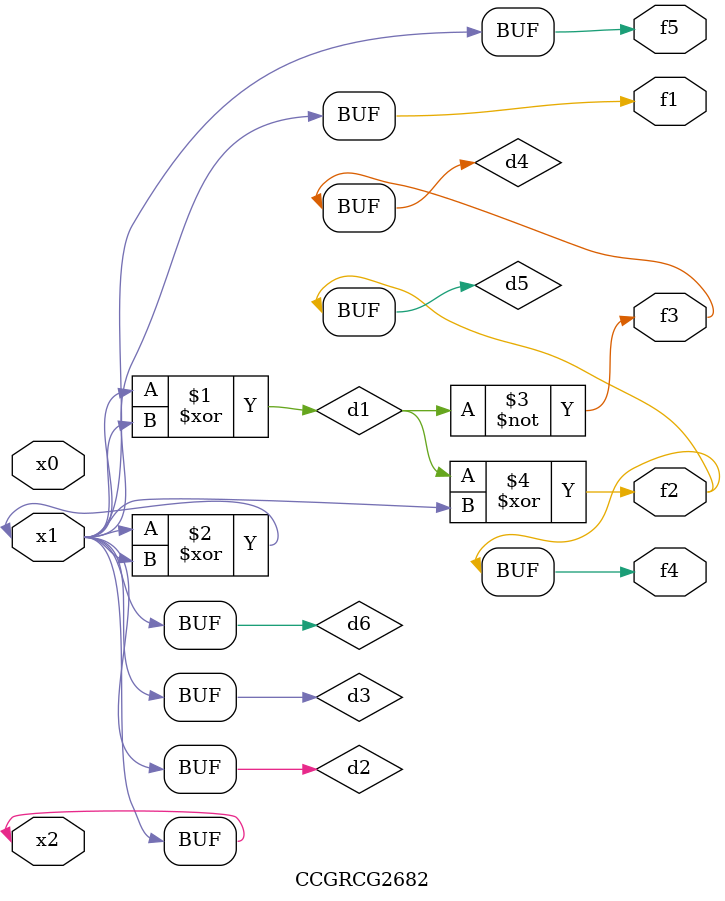
<source format=v>
module CCGRCG2682(
	input x0, x1, x2,
	output f1, f2, f3, f4, f5
);

	wire d1, d2, d3, d4, d5, d6;

	xor (d1, x1, x2);
	buf (d2, x1, x2);
	xor (d3, x1, x2);
	nor (d4, d1);
	xor (d5, d1, d2);
	buf (d6, d2, d3);
	assign f1 = d6;
	assign f2 = d5;
	assign f3 = d4;
	assign f4 = d5;
	assign f5 = d6;
endmodule

</source>
